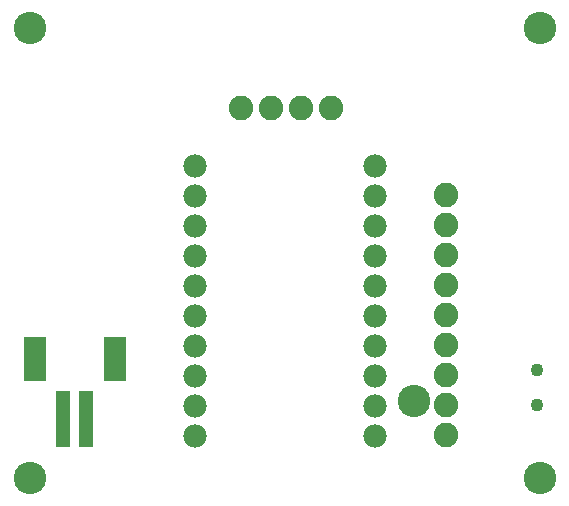
<source format=gbs>
G75*
%MOIN*%
%OFA0B0*%
%FSLAX25Y25*%
%IPPOS*%
%LPD*%
%AMOC8*
5,1,8,0,0,1.08239X$1,22.5*
%
%ADD10C,0.10800*%
%ADD11C,0.07800*%
%ADD12C,0.08200*%
%ADD13R,0.04737X0.18910*%
%ADD14R,0.07300X0.14600*%
%ADD15C,0.04343*%
D10*
X0019000Y0016400D03*
X0147189Y0041951D03*
X0189000Y0016400D03*
X0189000Y0166400D03*
X0019000Y0166400D03*
D11*
X0074000Y0120475D03*
X0074000Y0110475D03*
X0074000Y0100475D03*
X0074000Y0090475D03*
X0074000Y0080475D03*
X0074000Y0070475D03*
X0074000Y0060475D03*
X0074000Y0050475D03*
X0074000Y0040475D03*
X0074000Y0030475D03*
X0134000Y0030475D03*
X0134000Y0040475D03*
X0134000Y0050475D03*
X0134000Y0060475D03*
X0134000Y0070475D03*
X0134000Y0080475D03*
X0134000Y0090475D03*
X0134000Y0100475D03*
X0134000Y0110475D03*
X0134000Y0120475D03*
D12*
X0157700Y0110500D03*
X0157700Y0100500D03*
X0157700Y0090500D03*
X0157700Y0080500D03*
X0157700Y0070500D03*
X0157700Y0060500D03*
X0157700Y0050500D03*
X0157700Y0040500D03*
X0157700Y0030500D03*
X0119350Y0139525D03*
X0109350Y0139525D03*
X0099350Y0139525D03*
X0089350Y0139525D03*
D13*
X0037800Y0035900D03*
X0030200Y0035900D03*
D14*
X0020614Y0055900D03*
X0047386Y0055900D03*
D15*
X0188000Y0052306D03*
X0188000Y0040494D03*
M02*

</source>
